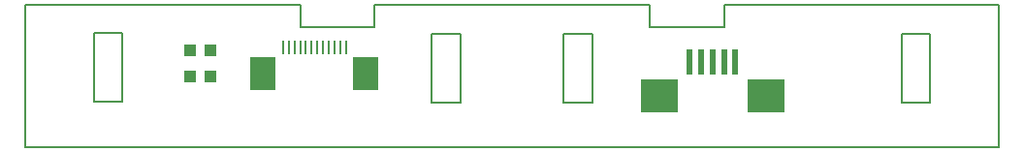
<source format=gbr>
G04 #@! TF.FileFunction,Paste,Top*
%FSLAX46Y46*%
G04 Gerber Fmt 4.6, Leading zero omitted, Abs format (unit mm)*
G04 Created by KiCad (PCBNEW no-vcs-found-undefined) date Tue Nov  8 14:46:45 2016*
%MOMM*%
%LPD*%
G01*
G04 APERTURE LIST*
%ADD10C,0.600000*%
%ADD11C,0.150000*%
%ADD12R,0.996000X0.996000*%
%ADD13R,0.240000X1.290000*%
%ADD14R,2.280000X2.980000*%
%ADD15R,3.180000X2.980000*%
%ADD16R,0.480000X2.180000*%
G04 APERTURE END LIST*
D10*
D11*
X124500000Y-75100000D02*
X124500000Y-81100000D01*
X122000000Y-81100000D02*
X122000000Y-75100000D01*
X124500000Y-81100000D02*
X122000000Y-81100000D01*
X122000000Y-75100000D02*
X124500000Y-75100000D01*
X151500000Y-81100000D02*
X151500000Y-75100000D01*
X154000000Y-75100000D02*
X154000000Y-81100000D01*
X151500000Y-75100000D02*
X154000000Y-75100000D01*
X154000000Y-81100000D02*
X151500000Y-81100000D01*
X110500000Y-81100000D02*
X110500000Y-75100000D01*
X110500000Y-75100000D02*
X113000000Y-75100000D01*
X113000000Y-75100000D02*
X113000000Y-81100000D01*
X113000000Y-81100000D02*
X110500000Y-81100000D01*
X83500000Y-81000000D02*
X81000000Y-81000000D01*
X83500000Y-75000000D02*
X83500000Y-81000000D01*
X81000000Y-75000000D02*
X83500000Y-75000000D01*
X81000000Y-81000000D02*
X81000000Y-75000000D01*
X136000000Y-72500000D02*
X160000000Y-72500000D01*
X136000000Y-74500000D02*
X136000000Y-72500000D01*
X129500000Y-74500000D02*
X136000000Y-74500000D01*
X129500000Y-72500000D02*
X129500000Y-74500000D01*
X105500000Y-72500000D02*
X129500000Y-72500000D01*
X105500000Y-74500000D02*
X105500000Y-72500000D01*
X99000000Y-74500000D02*
X105500000Y-74500000D01*
X99000000Y-72500000D02*
X99000000Y-74500000D01*
X75000000Y-72500000D02*
X99000000Y-72500000D01*
X160000000Y-72500000D02*
X160000000Y-85000000D01*
X75000000Y-85000000D02*
X75000000Y-72500000D01*
X75000000Y-85000000D02*
X160000000Y-85000000D01*
D12*
X91139000Y-76500000D03*
X89361000Y-76500000D03*
X91139000Y-78750000D03*
X89361000Y-78750000D03*
D13*
X97500000Y-76250000D03*
X98000000Y-76250000D03*
X98500000Y-76250000D03*
X99000000Y-76250000D03*
X99500000Y-76250000D03*
X100000000Y-76250000D03*
D14*
X95750000Y-78500000D03*
X104750000Y-78500000D03*
D13*
X100500000Y-76250000D03*
X101000000Y-76250000D03*
X101500000Y-76250000D03*
X102000000Y-76250000D03*
X102500000Y-76250000D03*
X103000000Y-76250000D03*
D15*
X139650000Y-80500000D03*
X130350000Y-80500000D03*
D16*
X137000000Y-77500000D03*
X136000000Y-77500000D03*
X135000000Y-77500000D03*
X134000000Y-77500000D03*
X133000000Y-77500000D03*
M02*

</source>
